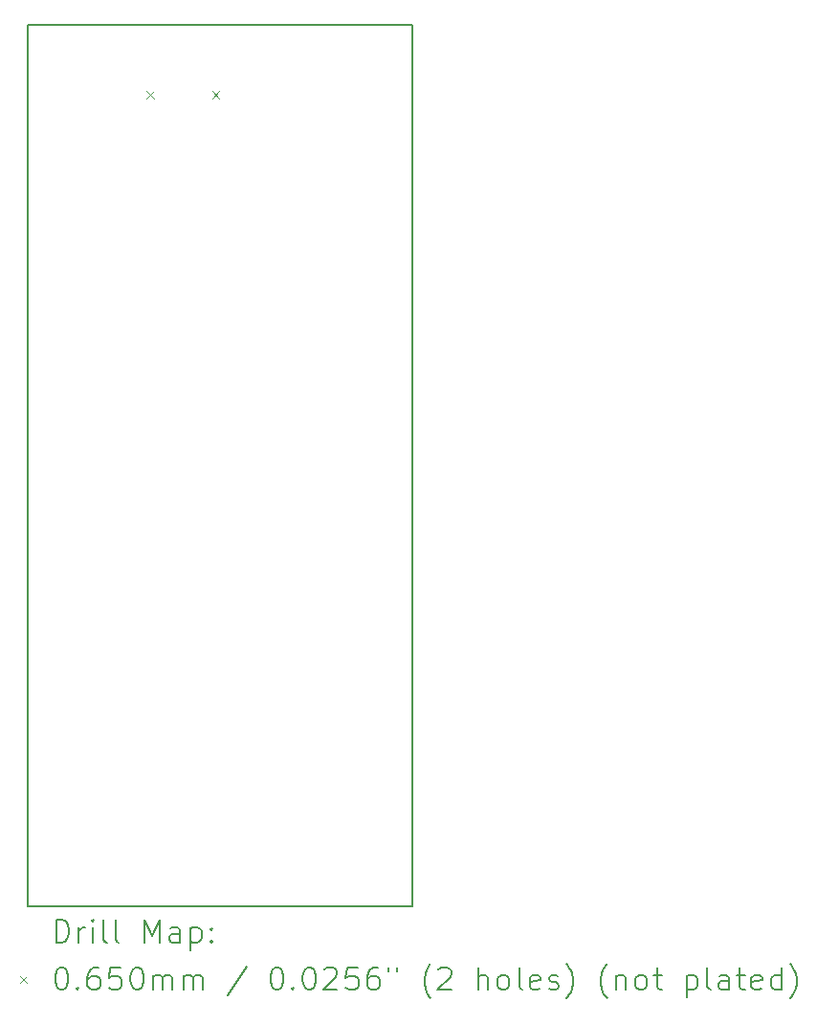
<source format=gbr>
%TF.GenerationSoftware,KiCad,Pcbnew,6.0.11+dfsg-1~bpo11+1*%
%TF.CreationDate,2023-05-10T08:44:11-04:00*%
%TF.ProjectId,proto-stm32f427,70726f74-6f2d-4737-946d-333266343237,rev?*%
%TF.SameCoordinates,Original*%
%TF.FileFunction,Drillmap*%
%TF.FilePolarity,Positive*%
%FSLAX45Y45*%
G04 Gerber Fmt 4.5, Leading zero omitted, Abs format (unit mm)*
G04 Created by KiCad (PCBNEW 6.0.11+dfsg-1~bpo11+1) date 2023-05-10 08:44:11*
%MOMM*%
%LPD*%
G01*
G04 APERTURE LIST*
%ADD10C,0.150000*%
%ADD11C,0.200000*%
%ADD12C,0.065000*%
G04 APERTURE END LIST*
D10*
X12470000Y-10790000D02*
X15870000Y-10790000D01*
X15870000Y-10790000D02*
X15870000Y-18590000D01*
X15870000Y-18590000D02*
X12470000Y-18590000D01*
X12470000Y-18590000D02*
X12470000Y-10790000D01*
D11*
D12*
X13521500Y-11378600D02*
X13586500Y-11443600D01*
X13586500Y-11378600D02*
X13521500Y-11443600D01*
X14099500Y-11378600D02*
X14164500Y-11443600D01*
X14164500Y-11378600D02*
X14099500Y-11443600D01*
D11*
X12720119Y-18907976D02*
X12720119Y-18707976D01*
X12767738Y-18707976D01*
X12796309Y-18717500D01*
X12815357Y-18736548D01*
X12824881Y-18755595D01*
X12834405Y-18793690D01*
X12834405Y-18822262D01*
X12824881Y-18860357D01*
X12815357Y-18879405D01*
X12796309Y-18898452D01*
X12767738Y-18907976D01*
X12720119Y-18907976D01*
X12920119Y-18907976D02*
X12920119Y-18774643D01*
X12920119Y-18812738D02*
X12929643Y-18793690D01*
X12939167Y-18784167D01*
X12958214Y-18774643D01*
X12977262Y-18774643D01*
X13043928Y-18907976D02*
X13043928Y-18774643D01*
X13043928Y-18707976D02*
X13034405Y-18717500D01*
X13043928Y-18727024D01*
X13053452Y-18717500D01*
X13043928Y-18707976D01*
X13043928Y-18727024D01*
X13167738Y-18907976D02*
X13148690Y-18898452D01*
X13139167Y-18879405D01*
X13139167Y-18707976D01*
X13272500Y-18907976D02*
X13253452Y-18898452D01*
X13243928Y-18879405D01*
X13243928Y-18707976D01*
X13501071Y-18907976D02*
X13501071Y-18707976D01*
X13567738Y-18850833D01*
X13634405Y-18707976D01*
X13634405Y-18907976D01*
X13815357Y-18907976D02*
X13815357Y-18803214D01*
X13805833Y-18784167D01*
X13786786Y-18774643D01*
X13748690Y-18774643D01*
X13729643Y-18784167D01*
X13815357Y-18898452D02*
X13796309Y-18907976D01*
X13748690Y-18907976D01*
X13729643Y-18898452D01*
X13720119Y-18879405D01*
X13720119Y-18860357D01*
X13729643Y-18841310D01*
X13748690Y-18831786D01*
X13796309Y-18831786D01*
X13815357Y-18822262D01*
X13910595Y-18774643D02*
X13910595Y-18974643D01*
X13910595Y-18784167D02*
X13929643Y-18774643D01*
X13967738Y-18774643D01*
X13986786Y-18784167D01*
X13996309Y-18793690D01*
X14005833Y-18812738D01*
X14005833Y-18869881D01*
X13996309Y-18888929D01*
X13986786Y-18898452D01*
X13967738Y-18907976D01*
X13929643Y-18907976D01*
X13910595Y-18898452D01*
X14091548Y-18888929D02*
X14101071Y-18898452D01*
X14091548Y-18907976D01*
X14082024Y-18898452D01*
X14091548Y-18888929D01*
X14091548Y-18907976D01*
X14091548Y-18784167D02*
X14101071Y-18793690D01*
X14091548Y-18803214D01*
X14082024Y-18793690D01*
X14091548Y-18784167D01*
X14091548Y-18803214D01*
D12*
X12397500Y-19205000D02*
X12462500Y-19270000D01*
X12462500Y-19205000D02*
X12397500Y-19270000D01*
D11*
X12758214Y-19127976D02*
X12777262Y-19127976D01*
X12796309Y-19137500D01*
X12805833Y-19147024D01*
X12815357Y-19166071D01*
X12824881Y-19204167D01*
X12824881Y-19251786D01*
X12815357Y-19289881D01*
X12805833Y-19308929D01*
X12796309Y-19318452D01*
X12777262Y-19327976D01*
X12758214Y-19327976D01*
X12739167Y-19318452D01*
X12729643Y-19308929D01*
X12720119Y-19289881D01*
X12710595Y-19251786D01*
X12710595Y-19204167D01*
X12720119Y-19166071D01*
X12729643Y-19147024D01*
X12739167Y-19137500D01*
X12758214Y-19127976D01*
X12910595Y-19308929D02*
X12920119Y-19318452D01*
X12910595Y-19327976D01*
X12901071Y-19318452D01*
X12910595Y-19308929D01*
X12910595Y-19327976D01*
X13091548Y-19127976D02*
X13053452Y-19127976D01*
X13034405Y-19137500D01*
X13024881Y-19147024D01*
X13005833Y-19175595D01*
X12996309Y-19213690D01*
X12996309Y-19289881D01*
X13005833Y-19308929D01*
X13015357Y-19318452D01*
X13034405Y-19327976D01*
X13072500Y-19327976D01*
X13091548Y-19318452D01*
X13101071Y-19308929D01*
X13110595Y-19289881D01*
X13110595Y-19242262D01*
X13101071Y-19223214D01*
X13091548Y-19213690D01*
X13072500Y-19204167D01*
X13034405Y-19204167D01*
X13015357Y-19213690D01*
X13005833Y-19223214D01*
X12996309Y-19242262D01*
X13291548Y-19127976D02*
X13196309Y-19127976D01*
X13186786Y-19223214D01*
X13196309Y-19213690D01*
X13215357Y-19204167D01*
X13262976Y-19204167D01*
X13282024Y-19213690D01*
X13291548Y-19223214D01*
X13301071Y-19242262D01*
X13301071Y-19289881D01*
X13291548Y-19308929D01*
X13282024Y-19318452D01*
X13262976Y-19327976D01*
X13215357Y-19327976D01*
X13196309Y-19318452D01*
X13186786Y-19308929D01*
X13424881Y-19127976D02*
X13443928Y-19127976D01*
X13462976Y-19137500D01*
X13472500Y-19147024D01*
X13482024Y-19166071D01*
X13491548Y-19204167D01*
X13491548Y-19251786D01*
X13482024Y-19289881D01*
X13472500Y-19308929D01*
X13462976Y-19318452D01*
X13443928Y-19327976D01*
X13424881Y-19327976D01*
X13405833Y-19318452D01*
X13396309Y-19308929D01*
X13386786Y-19289881D01*
X13377262Y-19251786D01*
X13377262Y-19204167D01*
X13386786Y-19166071D01*
X13396309Y-19147024D01*
X13405833Y-19137500D01*
X13424881Y-19127976D01*
X13577262Y-19327976D02*
X13577262Y-19194643D01*
X13577262Y-19213690D02*
X13586786Y-19204167D01*
X13605833Y-19194643D01*
X13634405Y-19194643D01*
X13653452Y-19204167D01*
X13662976Y-19223214D01*
X13662976Y-19327976D01*
X13662976Y-19223214D02*
X13672500Y-19204167D01*
X13691548Y-19194643D01*
X13720119Y-19194643D01*
X13739167Y-19204167D01*
X13748690Y-19223214D01*
X13748690Y-19327976D01*
X13843928Y-19327976D02*
X13843928Y-19194643D01*
X13843928Y-19213690D02*
X13853452Y-19204167D01*
X13872500Y-19194643D01*
X13901071Y-19194643D01*
X13920119Y-19204167D01*
X13929643Y-19223214D01*
X13929643Y-19327976D01*
X13929643Y-19223214D02*
X13939167Y-19204167D01*
X13958214Y-19194643D01*
X13986786Y-19194643D01*
X14005833Y-19204167D01*
X14015357Y-19223214D01*
X14015357Y-19327976D01*
X14405833Y-19118452D02*
X14234405Y-19375595D01*
X14662976Y-19127976D02*
X14682024Y-19127976D01*
X14701071Y-19137500D01*
X14710595Y-19147024D01*
X14720119Y-19166071D01*
X14729643Y-19204167D01*
X14729643Y-19251786D01*
X14720119Y-19289881D01*
X14710595Y-19308929D01*
X14701071Y-19318452D01*
X14682024Y-19327976D01*
X14662976Y-19327976D01*
X14643928Y-19318452D01*
X14634405Y-19308929D01*
X14624881Y-19289881D01*
X14615357Y-19251786D01*
X14615357Y-19204167D01*
X14624881Y-19166071D01*
X14634405Y-19147024D01*
X14643928Y-19137500D01*
X14662976Y-19127976D01*
X14815357Y-19308929D02*
X14824881Y-19318452D01*
X14815357Y-19327976D01*
X14805833Y-19318452D01*
X14815357Y-19308929D01*
X14815357Y-19327976D01*
X14948690Y-19127976D02*
X14967738Y-19127976D01*
X14986786Y-19137500D01*
X14996309Y-19147024D01*
X15005833Y-19166071D01*
X15015357Y-19204167D01*
X15015357Y-19251786D01*
X15005833Y-19289881D01*
X14996309Y-19308929D01*
X14986786Y-19318452D01*
X14967738Y-19327976D01*
X14948690Y-19327976D01*
X14929643Y-19318452D01*
X14920119Y-19308929D01*
X14910595Y-19289881D01*
X14901071Y-19251786D01*
X14901071Y-19204167D01*
X14910595Y-19166071D01*
X14920119Y-19147024D01*
X14929643Y-19137500D01*
X14948690Y-19127976D01*
X15091548Y-19147024D02*
X15101071Y-19137500D01*
X15120119Y-19127976D01*
X15167738Y-19127976D01*
X15186786Y-19137500D01*
X15196309Y-19147024D01*
X15205833Y-19166071D01*
X15205833Y-19185119D01*
X15196309Y-19213690D01*
X15082024Y-19327976D01*
X15205833Y-19327976D01*
X15386786Y-19127976D02*
X15291548Y-19127976D01*
X15282024Y-19223214D01*
X15291548Y-19213690D01*
X15310595Y-19204167D01*
X15358214Y-19204167D01*
X15377262Y-19213690D01*
X15386786Y-19223214D01*
X15396309Y-19242262D01*
X15396309Y-19289881D01*
X15386786Y-19308929D01*
X15377262Y-19318452D01*
X15358214Y-19327976D01*
X15310595Y-19327976D01*
X15291548Y-19318452D01*
X15282024Y-19308929D01*
X15567738Y-19127976D02*
X15529643Y-19127976D01*
X15510595Y-19137500D01*
X15501071Y-19147024D01*
X15482024Y-19175595D01*
X15472500Y-19213690D01*
X15472500Y-19289881D01*
X15482024Y-19308929D01*
X15491548Y-19318452D01*
X15510595Y-19327976D01*
X15548690Y-19327976D01*
X15567738Y-19318452D01*
X15577262Y-19308929D01*
X15586786Y-19289881D01*
X15586786Y-19242262D01*
X15577262Y-19223214D01*
X15567738Y-19213690D01*
X15548690Y-19204167D01*
X15510595Y-19204167D01*
X15491548Y-19213690D01*
X15482024Y-19223214D01*
X15472500Y-19242262D01*
X15662976Y-19127976D02*
X15662976Y-19166071D01*
X15739167Y-19127976D02*
X15739167Y-19166071D01*
X16034405Y-19404167D02*
X16024881Y-19394643D01*
X16005833Y-19366071D01*
X15996309Y-19347024D01*
X15986786Y-19318452D01*
X15977262Y-19270833D01*
X15977262Y-19232738D01*
X15986786Y-19185119D01*
X15996309Y-19156548D01*
X16005833Y-19137500D01*
X16024881Y-19108929D01*
X16034405Y-19099405D01*
X16101071Y-19147024D02*
X16110595Y-19137500D01*
X16129643Y-19127976D01*
X16177262Y-19127976D01*
X16196309Y-19137500D01*
X16205833Y-19147024D01*
X16215357Y-19166071D01*
X16215357Y-19185119D01*
X16205833Y-19213690D01*
X16091548Y-19327976D01*
X16215357Y-19327976D01*
X16453452Y-19327976D02*
X16453452Y-19127976D01*
X16539167Y-19327976D02*
X16539167Y-19223214D01*
X16529643Y-19204167D01*
X16510595Y-19194643D01*
X16482024Y-19194643D01*
X16462976Y-19204167D01*
X16453452Y-19213690D01*
X16662976Y-19327976D02*
X16643928Y-19318452D01*
X16634405Y-19308929D01*
X16624881Y-19289881D01*
X16624881Y-19232738D01*
X16634405Y-19213690D01*
X16643928Y-19204167D01*
X16662976Y-19194643D01*
X16691548Y-19194643D01*
X16710595Y-19204167D01*
X16720119Y-19213690D01*
X16729643Y-19232738D01*
X16729643Y-19289881D01*
X16720119Y-19308929D01*
X16710595Y-19318452D01*
X16691548Y-19327976D01*
X16662976Y-19327976D01*
X16843929Y-19327976D02*
X16824881Y-19318452D01*
X16815357Y-19299405D01*
X16815357Y-19127976D01*
X16996310Y-19318452D02*
X16977262Y-19327976D01*
X16939167Y-19327976D01*
X16920119Y-19318452D01*
X16910595Y-19299405D01*
X16910595Y-19223214D01*
X16920119Y-19204167D01*
X16939167Y-19194643D01*
X16977262Y-19194643D01*
X16996310Y-19204167D01*
X17005833Y-19223214D01*
X17005833Y-19242262D01*
X16910595Y-19261310D01*
X17082024Y-19318452D02*
X17101071Y-19327976D01*
X17139167Y-19327976D01*
X17158214Y-19318452D01*
X17167738Y-19299405D01*
X17167738Y-19289881D01*
X17158214Y-19270833D01*
X17139167Y-19261310D01*
X17110595Y-19261310D01*
X17091548Y-19251786D01*
X17082024Y-19232738D01*
X17082024Y-19223214D01*
X17091548Y-19204167D01*
X17110595Y-19194643D01*
X17139167Y-19194643D01*
X17158214Y-19204167D01*
X17234405Y-19404167D02*
X17243929Y-19394643D01*
X17262976Y-19366071D01*
X17272500Y-19347024D01*
X17282024Y-19318452D01*
X17291548Y-19270833D01*
X17291548Y-19232738D01*
X17282024Y-19185119D01*
X17272500Y-19156548D01*
X17262976Y-19137500D01*
X17243929Y-19108929D01*
X17234405Y-19099405D01*
X17596310Y-19404167D02*
X17586786Y-19394643D01*
X17567738Y-19366071D01*
X17558214Y-19347024D01*
X17548690Y-19318452D01*
X17539167Y-19270833D01*
X17539167Y-19232738D01*
X17548690Y-19185119D01*
X17558214Y-19156548D01*
X17567738Y-19137500D01*
X17586786Y-19108929D01*
X17596310Y-19099405D01*
X17672500Y-19194643D02*
X17672500Y-19327976D01*
X17672500Y-19213690D02*
X17682024Y-19204167D01*
X17701071Y-19194643D01*
X17729643Y-19194643D01*
X17748690Y-19204167D01*
X17758214Y-19223214D01*
X17758214Y-19327976D01*
X17882024Y-19327976D02*
X17862976Y-19318452D01*
X17853452Y-19308929D01*
X17843929Y-19289881D01*
X17843929Y-19232738D01*
X17853452Y-19213690D01*
X17862976Y-19204167D01*
X17882024Y-19194643D01*
X17910595Y-19194643D01*
X17929643Y-19204167D01*
X17939167Y-19213690D01*
X17948690Y-19232738D01*
X17948690Y-19289881D01*
X17939167Y-19308929D01*
X17929643Y-19318452D01*
X17910595Y-19327976D01*
X17882024Y-19327976D01*
X18005833Y-19194643D02*
X18082024Y-19194643D01*
X18034405Y-19127976D02*
X18034405Y-19299405D01*
X18043929Y-19318452D01*
X18062976Y-19327976D01*
X18082024Y-19327976D01*
X18301071Y-19194643D02*
X18301071Y-19394643D01*
X18301071Y-19204167D02*
X18320119Y-19194643D01*
X18358214Y-19194643D01*
X18377262Y-19204167D01*
X18386786Y-19213690D01*
X18396310Y-19232738D01*
X18396310Y-19289881D01*
X18386786Y-19308929D01*
X18377262Y-19318452D01*
X18358214Y-19327976D01*
X18320119Y-19327976D01*
X18301071Y-19318452D01*
X18510595Y-19327976D02*
X18491548Y-19318452D01*
X18482024Y-19299405D01*
X18482024Y-19127976D01*
X18672500Y-19327976D02*
X18672500Y-19223214D01*
X18662976Y-19204167D01*
X18643929Y-19194643D01*
X18605833Y-19194643D01*
X18586786Y-19204167D01*
X18672500Y-19318452D02*
X18653452Y-19327976D01*
X18605833Y-19327976D01*
X18586786Y-19318452D01*
X18577262Y-19299405D01*
X18577262Y-19280357D01*
X18586786Y-19261310D01*
X18605833Y-19251786D01*
X18653452Y-19251786D01*
X18672500Y-19242262D01*
X18739167Y-19194643D02*
X18815357Y-19194643D01*
X18767738Y-19127976D02*
X18767738Y-19299405D01*
X18777262Y-19318452D01*
X18796310Y-19327976D01*
X18815357Y-19327976D01*
X18958214Y-19318452D02*
X18939167Y-19327976D01*
X18901071Y-19327976D01*
X18882024Y-19318452D01*
X18872500Y-19299405D01*
X18872500Y-19223214D01*
X18882024Y-19204167D01*
X18901071Y-19194643D01*
X18939167Y-19194643D01*
X18958214Y-19204167D01*
X18967738Y-19223214D01*
X18967738Y-19242262D01*
X18872500Y-19261310D01*
X19139167Y-19327976D02*
X19139167Y-19127976D01*
X19139167Y-19318452D02*
X19120119Y-19327976D01*
X19082024Y-19327976D01*
X19062976Y-19318452D01*
X19053452Y-19308929D01*
X19043929Y-19289881D01*
X19043929Y-19232738D01*
X19053452Y-19213690D01*
X19062976Y-19204167D01*
X19082024Y-19194643D01*
X19120119Y-19194643D01*
X19139167Y-19204167D01*
X19215357Y-19404167D02*
X19224881Y-19394643D01*
X19243929Y-19366071D01*
X19253452Y-19347024D01*
X19262976Y-19318452D01*
X19272500Y-19270833D01*
X19272500Y-19232738D01*
X19262976Y-19185119D01*
X19253452Y-19156548D01*
X19243929Y-19137500D01*
X19224881Y-19108929D01*
X19215357Y-19099405D01*
M02*

</source>
